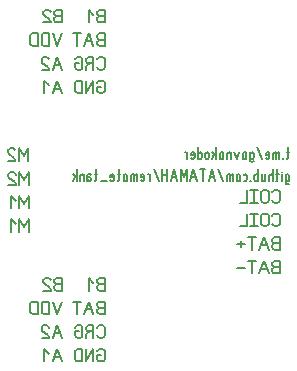
<source format=gbr>
%FSLAX34Y34*%
%MOMM*%
%LNSILK_BOTTOM*%
G71*
G01*
%ADD10C, 0.13*%
%LPD*%
G54D10*
X-183062Y-198330D02*
X-186262Y-198330D01*
X-186262Y-201663D01*
X-185462Y-202996D01*
X-183862Y-203663D01*
X-182262Y-203663D01*
X-180662Y-202996D01*
X-179862Y-201663D01*
X-179862Y-194996D01*
X-180662Y-193663D01*
X-182262Y-192996D01*
X-183862Y-192996D01*
X-185462Y-193663D01*
X-186262Y-194996D01*
G54D10*
X-189195Y-203663D02*
X-189195Y-192996D01*
X-195595Y-203663D01*
X-195595Y-192996D01*
G54D10*
X-198528Y-203663D02*
X-198528Y-192996D01*
X-202528Y-192996D01*
X-204128Y-193663D01*
X-204928Y-194996D01*
X-204928Y-201663D01*
X-204128Y-202996D01*
X-202528Y-203663D01*
X-198528Y-203663D01*
G54D10*
X-186262Y-181663D02*
X-185462Y-182996D01*
X-183862Y-183663D01*
X-182262Y-183663D01*
X-180662Y-182996D01*
X-179862Y-181663D01*
X-179862Y-174996D01*
X-180662Y-173663D01*
X-182262Y-172996D01*
X-183862Y-172996D01*
X-185462Y-173663D01*
X-186262Y-174996D01*
G54D10*
X-192395Y-178330D02*
X-194795Y-179663D01*
X-195595Y-180996D01*
X-195595Y-183663D01*
G54D10*
X-189195Y-183663D02*
X-189195Y-172996D01*
X-193195Y-172996D01*
X-194795Y-173663D01*
X-195595Y-174996D01*
X-195595Y-176330D01*
X-194795Y-177663D01*
X-193195Y-178330D01*
X-189195Y-178330D01*
G54D10*
X-201728Y-178330D02*
X-204928Y-178330D01*
X-204928Y-181663D01*
X-204128Y-182996D01*
X-202528Y-183663D01*
X-200928Y-183663D01*
X-199328Y-182996D01*
X-198528Y-181663D01*
X-198528Y-174996D01*
X-199328Y-173663D01*
X-200928Y-172996D01*
X-202528Y-172996D01*
X-204128Y-173663D01*
X-204928Y-174996D01*
G54D10*
X-179862Y-163663D02*
X-179862Y-152996D01*
X-183862Y-152996D01*
X-185462Y-153663D01*
X-186262Y-154996D01*
X-186262Y-156330D01*
X-185462Y-157663D01*
X-183862Y-158330D01*
X-185462Y-158996D01*
X-186262Y-160330D01*
X-186262Y-161663D01*
X-185462Y-162996D01*
X-183862Y-163663D01*
X-179862Y-163663D01*
G54D10*
X-179862Y-158330D02*
X-183862Y-158330D01*
G54D10*
X-189195Y-163663D02*
X-193195Y-152996D01*
X-197195Y-163663D01*
G54D10*
X-190795Y-159663D02*
X-195595Y-159663D01*
G54D10*
X-203328Y-163663D02*
X-203328Y-152996D01*
G54D10*
X-200128Y-152996D02*
X-206528Y-152996D01*
G54D10*
X-179862Y-143663D02*
X-179862Y-132996D01*
X-183862Y-132996D01*
X-185462Y-133663D01*
X-186262Y-134996D01*
X-186262Y-136330D01*
X-185462Y-137663D01*
X-183862Y-138330D01*
X-185462Y-138996D01*
X-186262Y-140330D01*
X-186262Y-141663D01*
X-185462Y-142996D01*
X-183862Y-143663D01*
X-179862Y-143663D01*
G54D10*
X-179862Y-138330D02*
X-183862Y-138330D01*
G54D10*
X-189195Y-136996D02*
X-193195Y-132996D01*
X-193195Y-143663D01*
G54D10*
X-215862Y-143663D02*
X-215862Y-132996D01*
X-219862Y-132996D01*
X-221462Y-133663D01*
X-222262Y-134996D01*
X-222262Y-136330D01*
X-221462Y-137663D01*
X-219862Y-138330D01*
X-221462Y-138996D01*
X-222262Y-140330D01*
X-222262Y-141663D01*
X-221462Y-142996D01*
X-219862Y-143663D01*
X-215862Y-143663D01*
G54D10*
X-215862Y-138330D02*
X-219862Y-138330D01*
G54D10*
X-231595Y-143663D02*
X-225195Y-143663D01*
X-225195Y-142996D01*
X-225995Y-141663D01*
X-230795Y-137663D01*
X-231595Y-136330D01*
X-231595Y-134996D01*
X-230795Y-133663D01*
X-229195Y-132996D01*
X-227595Y-132996D01*
X-225995Y-133663D01*
X-225195Y-134996D01*
G54D10*
X-215862Y-152996D02*
X-219862Y-163663D01*
X-223862Y-152996D01*
G54D10*
X-226795Y-163663D02*
X-226795Y-152996D01*
X-230795Y-152996D01*
X-232395Y-153663D01*
X-233195Y-154996D01*
X-233195Y-161663D01*
X-232395Y-162996D01*
X-230795Y-163663D01*
X-226795Y-163663D01*
G54D10*
X-236128Y-163663D02*
X-236128Y-152996D01*
X-240128Y-152996D01*
X-241728Y-153663D01*
X-242528Y-154996D01*
X-242528Y-161663D01*
X-241728Y-162996D01*
X-240128Y-163663D01*
X-236128Y-163663D01*
G54D10*
X-215862Y-183663D02*
X-219862Y-172996D01*
X-223862Y-183663D01*
G54D10*
X-217462Y-179663D02*
X-222262Y-179663D01*
G54D10*
X-233195Y-183663D02*
X-226795Y-183663D01*
X-226795Y-182996D01*
X-227595Y-181663D01*
X-232395Y-177663D01*
X-233195Y-176330D01*
X-233195Y-174996D01*
X-232395Y-173663D01*
X-230795Y-172996D01*
X-229195Y-172996D01*
X-227595Y-173663D01*
X-226795Y-174996D01*
G54D10*
X-215862Y-203663D02*
X-219862Y-192996D01*
X-223862Y-203663D01*
G54D10*
X-217462Y-199663D02*
X-222262Y-199663D01*
G54D10*
X-226795Y-196996D02*
X-230795Y-192996D01*
X-230795Y-203663D01*
G54D10*
X-37762Y-67163D02*
X-36962Y-68496D01*
X-35362Y-69163D01*
X-33762Y-69163D01*
X-32162Y-68496D01*
X-31362Y-67163D01*
X-31362Y-60496D01*
X-32162Y-59163D01*
X-33762Y-58496D01*
X-35362Y-58496D01*
X-36962Y-59163D01*
X-37762Y-60496D01*
G54D10*
X-47095Y-60496D02*
X-47095Y-67163D01*
X-46295Y-68496D01*
X-44695Y-69163D01*
X-43095Y-69163D01*
X-41495Y-68496D01*
X-40695Y-67163D01*
X-40695Y-60496D01*
X-41495Y-59163D01*
X-43095Y-58496D01*
X-44695Y-58496D01*
X-46295Y-59163D01*
X-47095Y-60496D01*
G54D10*
X-50028Y-69163D02*
X-56428Y-69163D01*
G54D10*
X-53228Y-69163D02*
X-53228Y-58496D01*
G54D10*
X-50028Y-58496D02*
X-56428Y-58496D01*
G54D10*
X-59361Y-58496D02*
X-59361Y-69163D01*
X-64961Y-69163D01*
G54D10*
X-37762Y-87163D02*
X-36962Y-88496D01*
X-35362Y-89163D01*
X-33762Y-89163D01*
X-32162Y-88496D01*
X-31362Y-87163D01*
X-31362Y-80496D01*
X-32162Y-79163D01*
X-33762Y-78496D01*
X-35362Y-78496D01*
X-36962Y-79163D01*
X-37762Y-80496D01*
G54D10*
X-47095Y-80496D02*
X-47095Y-87163D01*
X-46295Y-88496D01*
X-44695Y-89163D01*
X-43095Y-89163D01*
X-41495Y-88496D01*
X-40695Y-87163D01*
X-40695Y-80496D01*
X-41495Y-79163D01*
X-43095Y-78496D01*
X-44695Y-78496D01*
X-46295Y-79163D01*
X-47095Y-80496D01*
G54D10*
X-50028Y-89163D02*
X-56428Y-89163D01*
G54D10*
X-53228Y-89163D02*
X-53228Y-78496D01*
G54D10*
X-50028Y-78496D02*
X-56428Y-78496D01*
G54D10*
X-59361Y-78496D02*
X-59361Y-89163D01*
X-64961Y-89163D01*
G54D10*
X-31362Y-109163D02*
X-31362Y-98496D01*
X-35362Y-98496D01*
X-36962Y-99163D01*
X-37762Y-100496D01*
X-37762Y-101830D01*
X-36962Y-103163D01*
X-35362Y-103830D01*
X-36962Y-104496D01*
X-37762Y-105830D01*
X-37762Y-107163D01*
X-36962Y-108496D01*
X-35362Y-109163D01*
X-31362Y-109163D01*
G54D10*
X-31362Y-103830D02*
X-35362Y-103830D01*
G54D10*
X-40695Y-109163D02*
X-44695Y-98496D01*
X-48695Y-109163D01*
G54D10*
X-42295Y-105163D02*
X-47095Y-105163D01*
G54D10*
X-54828Y-109163D02*
X-54828Y-98496D01*
G54D10*
X-51628Y-98496D02*
X-58028Y-98496D01*
G54D10*
X-60961Y-104496D02*
X-67361Y-104496D01*
G54D10*
X-64161Y-101830D02*
X-64161Y-107163D01*
G54D10*
X-31362Y-129163D02*
X-31362Y-118496D01*
X-35362Y-118496D01*
X-36962Y-119163D01*
X-37762Y-120496D01*
X-37762Y-121830D01*
X-36962Y-123163D01*
X-35362Y-123830D01*
X-36962Y-124496D01*
X-37762Y-125830D01*
X-37762Y-127163D01*
X-36962Y-128496D01*
X-35362Y-129163D01*
X-31362Y-129163D01*
G54D10*
X-31362Y-123830D02*
X-35362Y-123830D01*
G54D10*
X-40695Y-129163D02*
X-44695Y-118496D01*
X-48695Y-129163D01*
G54D10*
X-42295Y-125163D02*
X-47095Y-125163D01*
G54D10*
X-54828Y-129163D02*
X-54828Y-118496D01*
G54D10*
X-51628Y-118496D02*
X-58028Y-118496D01*
G54D10*
X-60961Y-124496D02*
X-67361Y-124496D01*
G54D10*
X-244362Y-33663D02*
X-244362Y-22996D01*
X-248362Y-29663D01*
X-252362Y-22996D01*
X-252362Y-33663D01*
G54D10*
X-261695Y-33663D02*
X-255295Y-33663D01*
X-255295Y-32996D01*
X-256095Y-31663D01*
X-260895Y-27663D01*
X-261695Y-26330D01*
X-261695Y-24996D01*
X-260895Y-23663D01*
X-259295Y-22996D01*
X-257695Y-22996D01*
X-256095Y-23663D01*
X-255295Y-24996D01*
G54D10*
X-243862Y-54163D02*
X-243862Y-43496D01*
X-247862Y-50163D01*
X-251862Y-43496D01*
X-251862Y-54163D01*
G54D10*
X-261195Y-54163D02*
X-254795Y-54163D01*
X-254795Y-53496D01*
X-255595Y-52163D01*
X-260395Y-48163D01*
X-261195Y-46830D01*
X-261195Y-45496D01*
X-260395Y-44163D01*
X-258795Y-43496D01*
X-257195Y-43496D01*
X-255595Y-44163D01*
X-254795Y-45496D01*
G54D10*
X-243862Y-74163D02*
X-243862Y-63496D01*
X-247862Y-70163D01*
X-251862Y-63496D01*
X-251862Y-74163D01*
G54D10*
X-254795Y-67496D02*
X-258795Y-63496D01*
X-258795Y-74163D01*
G54D10*
X-243862Y-94163D02*
X-243862Y-83496D01*
X-247862Y-90163D01*
X-251862Y-83496D01*
X-251862Y-94163D01*
G54D10*
X-254795Y-87496D02*
X-258795Y-83496D01*
X-258795Y-94163D01*
G54D10*
X-183062Y28670D02*
X-186262Y28670D01*
X-186262Y25337D01*
X-185462Y24004D01*
X-183862Y23337D01*
X-182262Y23337D01*
X-180662Y24004D01*
X-179862Y25337D01*
X-179862Y32004D01*
X-180662Y33337D01*
X-182262Y34004D01*
X-183862Y34004D01*
X-185462Y33337D01*
X-186262Y32004D01*
G54D10*
X-189195Y23337D02*
X-189195Y34004D01*
X-195595Y23337D01*
X-195595Y34004D01*
G54D10*
X-198528Y23337D02*
X-198528Y34004D01*
X-202528Y34004D01*
X-204128Y33337D01*
X-204928Y32004D01*
X-204928Y25337D01*
X-204128Y24004D01*
X-202528Y23337D01*
X-198528Y23337D01*
G54D10*
X-186262Y45337D02*
X-185462Y44004D01*
X-183862Y43337D01*
X-182262Y43337D01*
X-180662Y44004D01*
X-179862Y45337D01*
X-179862Y52004D01*
X-180662Y53337D01*
X-182262Y54004D01*
X-183862Y54004D01*
X-185462Y53337D01*
X-186262Y52004D01*
G54D10*
X-192395Y48670D02*
X-194795Y47337D01*
X-195595Y46004D01*
X-195595Y43337D01*
G54D10*
X-189195Y43337D02*
X-189195Y54004D01*
X-193195Y54004D01*
X-194795Y53337D01*
X-195595Y52004D01*
X-195595Y50670D01*
X-194795Y49337D01*
X-193195Y48670D01*
X-189195Y48670D01*
G54D10*
X-201728Y48670D02*
X-204928Y48670D01*
X-204928Y45337D01*
X-204128Y44004D01*
X-202528Y43337D01*
X-200928Y43337D01*
X-199328Y44004D01*
X-198528Y45337D01*
X-198528Y52004D01*
X-199328Y53337D01*
X-200928Y54004D01*
X-202528Y54004D01*
X-204128Y53337D01*
X-204928Y52004D01*
G54D10*
X-179862Y63337D02*
X-179862Y74004D01*
X-183862Y74004D01*
X-185462Y73337D01*
X-186262Y72004D01*
X-186262Y70670D01*
X-185462Y69337D01*
X-183862Y68670D01*
X-185462Y68004D01*
X-186262Y66670D01*
X-186262Y65337D01*
X-185462Y64004D01*
X-183862Y63337D01*
X-179862Y63337D01*
G54D10*
X-179862Y68670D02*
X-183862Y68670D01*
G54D10*
X-189195Y63337D02*
X-193195Y74004D01*
X-197195Y63337D01*
G54D10*
X-190795Y67337D02*
X-195595Y67337D01*
G54D10*
X-203328Y63337D02*
X-203328Y74004D01*
G54D10*
X-200128Y74004D02*
X-206528Y74004D01*
G54D10*
X-179862Y83337D02*
X-179862Y94004D01*
X-183862Y94004D01*
X-185462Y93337D01*
X-186262Y92004D01*
X-186262Y90670D01*
X-185462Y89337D01*
X-183862Y88670D01*
X-185462Y88004D01*
X-186262Y86670D01*
X-186262Y85337D01*
X-185462Y84004D01*
X-183862Y83337D01*
X-179862Y83337D01*
G54D10*
X-179862Y88670D02*
X-183862Y88670D01*
G54D10*
X-189195Y90004D02*
X-193195Y94004D01*
X-193195Y83337D01*
G54D10*
X-215862Y83337D02*
X-215862Y94004D01*
X-219862Y94004D01*
X-221462Y93337D01*
X-222262Y92004D01*
X-222262Y90670D01*
X-221462Y89337D01*
X-219862Y88670D01*
X-221462Y88004D01*
X-222262Y86670D01*
X-222262Y85337D01*
X-221462Y84004D01*
X-219862Y83337D01*
X-215862Y83337D01*
G54D10*
X-215862Y88670D02*
X-219862Y88670D01*
G54D10*
X-231595Y83337D02*
X-225195Y83337D01*
X-225195Y84004D01*
X-225995Y85337D01*
X-230795Y89337D01*
X-231595Y90670D01*
X-231595Y92004D01*
X-230795Y93337D01*
X-229195Y94004D01*
X-227595Y94004D01*
X-225995Y93337D01*
X-225195Y92004D01*
G54D10*
X-215862Y74004D02*
X-219862Y63337D01*
X-223862Y74004D01*
G54D10*
X-226795Y63337D02*
X-226795Y74004D01*
X-230795Y74004D01*
X-232395Y73337D01*
X-233195Y72004D01*
X-233195Y65337D01*
X-232395Y64004D01*
X-230795Y63337D01*
X-226795Y63337D01*
G54D10*
X-236128Y63337D02*
X-236128Y74004D01*
X-240128Y74004D01*
X-241728Y73337D01*
X-242528Y72004D01*
X-242528Y65337D01*
X-241728Y64004D01*
X-240128Y63337D01*
X-236128Y63337D01*
G54D10*
X-215862Y43337D02*
X-219862Y54004D01*
X-223862Y43337D01*
G54D10*
X-217462Y47337D02*
X-222262Y47337D01*
G54D10*
X-233195Y43337D02*
X-226795Y43337D01*
X-226795Y44004D01*
X-227595Y45337D01*
X-232395Y49337D01*
X-233195Y50670D01*
X-233195Y52004D01*
X-232395Y53337D01*
X-230795Y54004D01*
X-229195Y54004D01*
X-227595Y53337D01*
X-226795Y52004D01*
G54D10*
X-215862Y23337D02*
X-219862Y34004D01*
X-223862Y23337D01*
G54D10*
X-217462Y27337D02*
X-222262Y27337D01*
G54D10*
X-226795Y30004D02*
X-230795Y34004D01*
X-230795Y23337D01*
G54D10*
X-23335Y-53149D02*
X-24402Y-53816D01*
X-25148Y-53816D01*
X-26215Y-53149D01*
X-26535Y-51816D01*
X-26535Y-45149D01*
G54D10*
X-26535Y-46882D02*
X-26002Y-45549D01*
X-24935Y-45149D01*
X-23868Y-45549D01*
X-23335Y-46882D01*
X-23335Y-49549D01*
X-23868Y-50882D01*
X-24935Y-51149D01*
X-26002Y-50882D01*
X-26535Y-49549D01*
G54D10*
X-29468Y-51149D02*
X-29468Y-45149D01*
G54D10*
X-29468Y-43149D02*
X-29468Y-43149D01*
G54D10*
X-33468Y-40482D02*
X-33468Y-50482D01*
X-34001Y-51149D01*
X-34534Y-50882D01*
G54D10*
X-32401Y-45149D02*
X-34534Y-45149D01*
G54D10*
X-37467Y-51149D02*
X-37467Y-40482D01*
G54D10*
X-37467Y-46882D02*
X-38000Y-45549D01*
X-39067Y-45149D01*
X-40134Y-45549D01*
X-40667Y-46882D01*
X-40667Y-51149D01*
G54D10*
X-46800Y-45149D02*
X-46800Y-51149D01*
G54D10*
X-46800Y-49816D02*
X-46267Y-50882D01*
X-45200Y-51149D01*
X-44133Y-50882D01*
X-43600Y-49816D01*
X-43600Y-45149D01*
G54D10*
X-49733Y-51149D02*
X-49733Y-40482D01*
G54D10*
X-49733Y-46882D02*
X-50266Y-45549D01*
X-51333Y-45149D01*
X-52400Y-45549D01*
X-52933Y-46882D01*
X-52933Y-49549D01*
X-52400Y-50882D01*
X-51333Y-51149D01*
X-50266Y-50882D01*
X-49733Y-49549D01*
G54D10*
X-56293Y-51149D02*
X-55866Y-51149D01*
X-55866Y-50616D01*
X-56293Y-50616D01*
X-56293Y-51149D01*
X-55866Y-51149D01*
G54D10*
X-61893Y-45549D02*
X-60826Y-45149D01*
X-59759Y-45549D01*
X-59226Y-46882D01*
X-59226Y-49549D01*
X-59759Y-50882D01*
X-60826Y-51149D01*
X-61893Y-50882D01*
G54D10*
X-68026Y-49549D02*
X-68026Y-46882D01*
X-67493Y-45549D01*
X-66426Y-45149D01*
X-65359Y-45549D01*
X-64826Y-46882D01*
X-64826Y-49549D01*
X-65359Y-50882D01*
X-66426Y-51149D01*
X-67493Y-50882D01*
X-68026Y-49549D01*
G54D10*
X-70959Y-51149D02*
X-70959Y-45149D01*
G54D10*
X-70959Y-46216D02*
X-72026Y-45149D01*
X-73092Y-45549D01*
X-73626Y-46482D01*
X-73626Y-51149D01*
G54D10*
X-73626Y-46216D02*
X-74692Y-45149D01*
X-75759Y-45549D01*
X-76292Y-46482D01*
X-76292Y-51149D01*
G54D10*
X-79225Y-51149D02*
X-83492Y-40482D01*
G54D10*
X-86425Y-51149D02*
X-89092Y-40482D01*
X-91758Y-51149D01*
G54D10*
X-87492Y-47149D02*
X-90692Y-47149D01*
G54D10*
X-96824Y-51149D02*
X-96824Y-40482D01*
G54D10*
X-94691Y-40482D02*
X-98958Y-40482D01*
G54D10*
X-101891Y-51149D02*
X-104558Y-40482D01*
X-107224Y-51149D01*
G54D10*
X-102958Y-47149D02*
X-106158Y-47149D01*
G54D10*
X-110157Y-51149D02*
X-110157Y-40482D01*
X-112824Y-47149D01*
X-115490Y-40482D01*
X-115490Y-51149D01*
G54D10*
X-118423Y-51149D02*
X-121090Y-40482D01*
X-123756Y-51149D01*
G54D10*
X-119490Y-47149D02*
X-122690Y-47149D01*
G54D10*
X-126689Y-51149D02*
X-126689Y-40482D01*
G54D10*
X-130956Y-51149D02*
X-130956Y-40482D01*
G54D10*
X-126689Y-45816D02*
X-130956Y-45816D01*
G54D10*
X-133889Y-51149D02*
X-138156Y-40482D01*
G54D10*
X-141089Y-51149D02*
X-141089Y-45149D01*
G54D10*
X-141089Y-46482D02*
X-142156Y-45149D01*
X-143222Y-45149D01*
G54D10*
X-149355Y-50482D02*
X-148502Y-51149D01*
X-147435Y-51149D01*
X-146368Y-50482D01*
X-146155Y-49149D01*
X-146155Y-46882D01*
X-146688Y-45549D01*
X-147755Y-45149D01*
X-148822Y-45549D01*
X-149355Y-46482D01*
X-149355Y-47816D01*
X-146155Y-47816D01*
G54D10*
X-152288Y-51149D02*
X-152288Y-45149D01*
G54D10*
X-152288Y-46216D02*
X-153355Y-45149D01*
X-154421Y-45549D01*
X-154955Y-46482D01*
X-154955Y-51149D01*
G54D10*
X-154955Y-46216D02*
X-156021Y-45149D01*
X-157088Y-45549D01*
X-157621Y-46482D01*
X-157621Y-51149D01*
G54D10*
X-163754Y-49549D02*
X-163754Y-46882D01*
X-163221Y-45549D01*
X-162154Y-45149D01*
X-161087Y-45549D01*
X-160554Y-46882D01*
X-160554Y-49549D01*
X-161087Y-50882D01*
X-162154Y-51149D01*
X-163221Y-50882D01*
X-163754Y-49549D01*
G54D10*
X-167754Y-40482D02*
X-167754Y-50482D01*
X-168287Y-51149D01*
X-168820Y-50882D01*
G54D10*
X-166687Y-45149D02*
X-168820Y-45149D01*
G54D10*
X-174953Y-50482D02*
X-174100Y-51149D01*
X-173033Y-51149D01*
X-171966Y-50482D01*
X-171753Y-49149D01*
X-171753Y-46882D01*
X-172286Y-45549D01*
X-173353Y-45149D01*
X-174420Y-45549D01*
X-174953Y-46482D01*
X-174953Y-47816D01*
X-171753Y-47816D01*
G54D10*
X-177886Y-51149D02*
X-183219Y-51149D01*
G54D10*
X-187219Y-40482D02*
X-187219Y-50482D01*
X-187752Y-51149D01*
X-188285Y-50882D01*
G54D10*
X-186152Y-45149D02*
X-188285Y-45149D01*
G54D10*
X-191218Y-45816D02*
X-192285Y-45149D01*
X-193565Y-45149D01*
X-194418Y-46482D01*
X-194418Y-51149D01*
G54D10*
X-194418Y-49149D02*
X-193885Y-47816D01*
X-192818Y-47549D01*
X-191751Y-47816D01*
X-191218Y-49149D01*
X-191431Y-50482D01*
X-192285Y-51149D01*
X-192818Y-51149D01*
X-193031Y-51149D01*
X-193885Y-50482D01*
X-194418Y-49149D01*
G54D10*
X-197351Y-51149D02*
X-197351Y-45149D01*
G54D10*
X-197351Y-46482D02*
X-197884Y-45549D01*
X-198951Y-45149D01*
X-200018Y-45549D01*
X-200551Y-46482D01*
X-200551Y-51149D01*
G54D10*
X-203484Y-51149D02*
X-203484Y-40482D01*
G54D10*
X-205084Y-47149D02*
X-206684Y-51149D01*
G54D10*
X-203484Y-48482D02*
X-206684Y-45149D01*
G54D10*
X-24557Y-21734D02*
X-24557Y-31734D01*
X-25090Y-32400D01*
X-25624Y-32134D01*
G54D10*
X-23490Y-26400D02*
X-25624Y-26400D01*
G54D10*
X-28983Y-32400D02*
X-28556Y-32400D01*
X-28556Y-31867D01*
X-28983Y-31867D01*
X-28983Y-32400D01*
X-28556Y-32400D01*
G54D10*
X-31916Y-32400D02*
X-31916Y-26400D01*
G54D10*
X-31916Y-27467D02*
X-32983Y-26400D01*
X-34050Y-26800D01*
X-34583Y-27734D01*
X-34583Y-32400D01*
G54D10*
X-34583Y-27467D02*
X-35650Y-26400D01*
X-36716Y-26800D01*
X-37250Y-27734D01*
X-37250Y-32400D01*
G54D10*
X-43382Y-31734D02*
X-42529Y-32400D01*
X-41462Y-32400D01*
X-40396Y-31734D01*
X-40182Y-30400D01*
X-40182Y-28134D01*
X-40716Y-26800D01*
X-41782Y-26400D01*
X-42849Y-26800D01*
X-43382Y-27734D01*
X-43382Y-29067D01*
X-40182Y-29067D01*
G54D10*
X-46315Y-32400D02*
X-50582Y-21734D01*
G54D10*
X-53515Y-34400D02*
X-54582Y-35067D01*
X-55329Y-35067D01*
X-56395Y-34400D01*
X-56715Y-33067D01*
X-56715Y-26400D01*
G54D10*
X-56715Y-28134D02*
X-56182Y-26800D01*
X-55115Y-26400D01*
X-54049Y-26800D01*
X-53515Y-28134D01*
X-53515Y-30800D01*
X-54049Y-32134D01*
X-55115Y-32400D01*
X-56182Y-32134D01*
X-56715Y-30800D01*
G54D10*
X-62848Y-30800D02*
X-62848Y-28134D01*
X-62315Y-26800D01*
X-61248Y-26400D01*
X-60182Y-26800D01*
X-59648Y-28134D01*
X-59648Y-30800D01*
X-60182Y-32134D01*
X-61248Y-32400D01*
X-62315Y-32134D01*
X-62848Y-30800D01*
G54D10*
X-65781Y-26400D02*
X-67915Y-32400D01*
X-70048Y-26400D01*
G54D10*
X-72981Y-32400D02*
X-72981Y-26400D01*
G54D10*
X-72981Y-27734D02*
X-73515Y-26800D01*
X-74581Y-26400D01*
X-75648Y-26800D01*
X-76181Y-27734D01*
X-76181Y-32400D01*
G54D10*
X-82314Y-30800D02*
X-82314Y-28134D01*
X-81781Y-26800D01*
X-80714Y-26400D01*
X-79648Y-26800D01*
X-79114Y-28134D01*
X-79114Y-30800D01*
X-79648Y-32134D01*
X-80714Y-32400D01*
X-81781Y-32134D01*
X-82314Y-30800D01*
G54D10*
X-85247Y-32400D02*
X-85247Y-21734D01*
G54D10*
X-86847Y-28400D02*
X-88447Y-32400D01*
G54D10*
X-85247Y-29734D02*
X-88447Y-26400D01*
G54D10*
X-94580Y-30800D02*
X-94580Y-28134D01*
X-94047Y-26800D01*
X-92980Y-26400D01*
X-91914Y-26800D01*
X-91380Y-28134D01*
X-91380Y-30800D01*
X-91914Y-32134D01*
X-92980Y-32400D01*
X-94047Y-32134D01*
X-94580Y-30800D01*
G54D10*
X-100713Y-32400D02*
X-100713Y-21734D01*
G54D10*
X-100713Y-28134D02*
X-100180Y-26800D01*
X-99113Y-26400D01*
X-98047Y-26800D01*
X-97513Y-28134D01*
X-97513Y-30800D01*
X-98047Y-32134D01*
X-99113Y-32400D01*
X-100180Y-32134D01*
X-100713Y-30800D01*
G54D10*
X-106846Y-31734D02*
X-105993Y-32400D01*
X-104926Y-32400D01*
X-103860Y-31734D01*
X-103646Y-30400D01*
X-103646Y-28134D01*
X-104180Y-26800D01*
X-105246Y-26400D01*
X-106313Y-26800D01*
X-106846Y-27734D01*
X-106846Y-29067D01*
X-103646Y-29067D01*
G54D10*
X-109779Y-32400D02*
X-109779Y-26400D01*
G54D10*
X-109779Y-27734D02*
X-110846Y-26400D01*
X-111913Y-26400D01*
M02*

</source>
